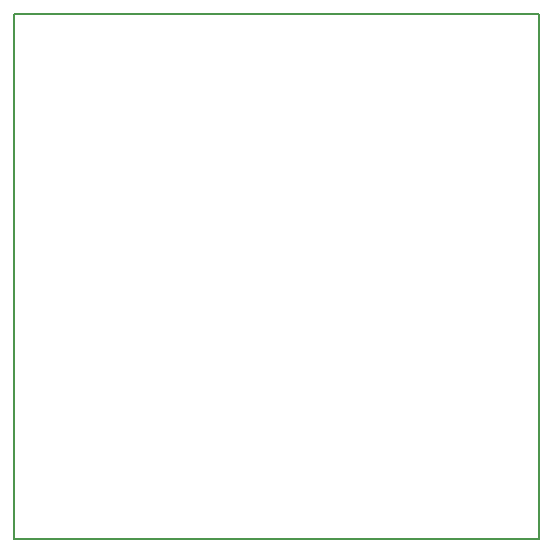
<source format=gbr>
G04 #@! TF.FileFunction,Profile,NP*
%FSLAX46Y46*%
G04 Gerber Fmt 4.6, Leading zero omitted, Abs format (unit mm)*
G04 Created by KiCad (PCBNEW 4.0.5) date 2017 August 22, Tuesday 06:05:51*
%MOMM*%
%LPD*%
G01*
G04 APERTURE LIST*
%ADD10C,0.100000*%
%ADD11C,0.150000*%
G04 APERTURE END LIST*
D10*
D11*
X152400000Y-128270000D02*
X152400000Y-83820000D01*
X196850000Y-128270000D02*
X152400000Y-128270000D01*
X196850000Y-83820000D02*
X196850000Y-128270000D01*
X152400000Y-83820000D02*
X196850000Y-83820000D01*
M02*

</source>
